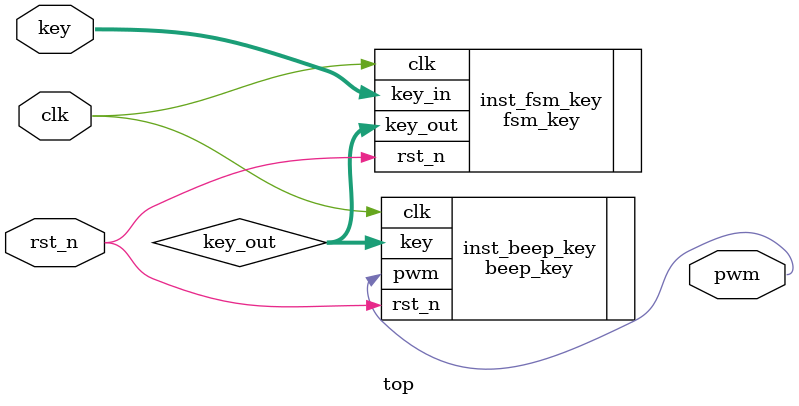
<source format=v>
module top(

    input           clk,
    input           rst_n,
    input   [2:0]   key,
    output          pwm

);

    wire    [2:0]   key_out;

    fsm_key         inst_fsm_key(

        .clk        (clk),
        .rst_n      (rst_n),
        .key_in     (key),
        .key_out    (key_out)

    );

    beep_key        inst_beep_key(

        .clk        (clk),
        .rst_n      (rst_n),
        .key        (key_out),
        .pwm        (pwm)

    );







endmodule
</source>
